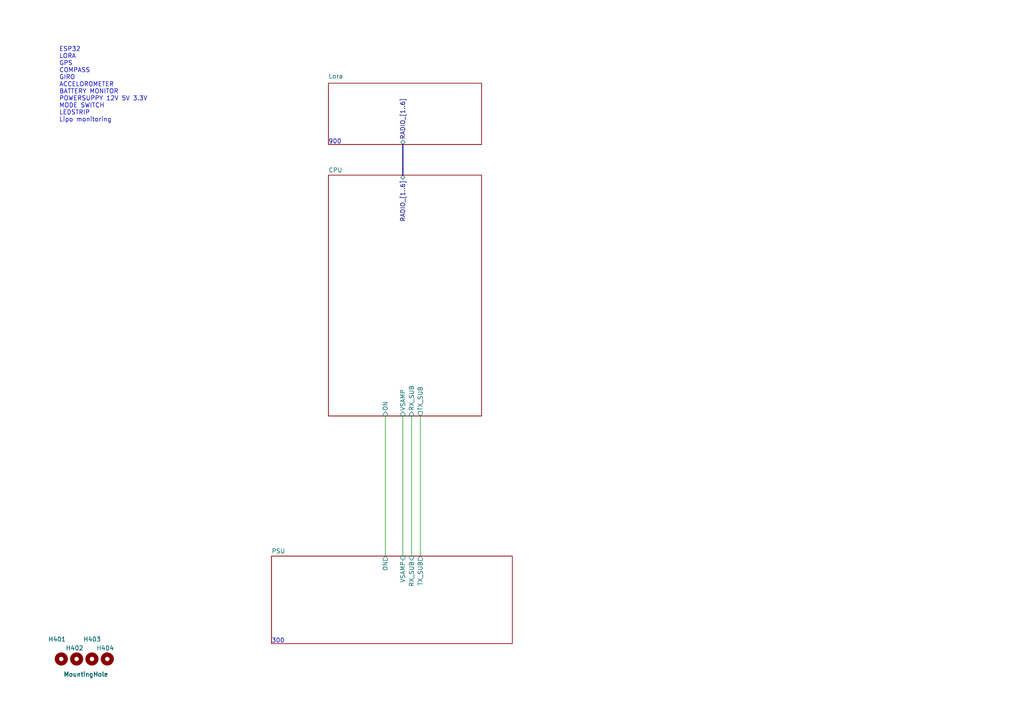
<source format=kicad_sch>
(kicad_sch (version 20250114) (generator "eeschema") (generator_version "9.0")
  (paper "A4")
  (title_block (title "NicE Buoy") (date "2023-06-20") (rev "1.1") (company "NicE Engineering"))
  (lib_symbols
    (symbol "Mechanical:MountingHole" (pin_names (offset 1.016))
      (property "Reference" "H" (at 0 5.08 0))
      (property "Value" "MountingHole" (at 0 3.175 0))
      (symbol "MountingHole_0_1"
        (circle (center 0 0) (radius 1.27) (stroke (width 1.27)))
      )
    )
  )
  (text "300" (at 78.74 186.69 0) (effects (font (size 1.27 1.27)) (justify left bottom)))
  (text "ESP32\nLORA\nGPS\nCOMPASS\nGIRO\nACCELOROMETER\nBATTERY MONITOR\nPOWERSUPPY 12V 5V 3.3V\nMODE SWITCH\nLEDSTRIP\nLipo monitoring\n" (at 17.145 35.56 0) (effects (font (size 1.27 1.27)) (justify left bottom)))
  (text "900" (at 95.25 41.91 0) (effects (font (size 1.27 1.27)) (justify left bottom)))
  (wire (pts (xy 119.38 120.65) (xy 119.38 161.29)))
  (bus (pts (xy 116.84 41.91) (xy 116.84 50.8)))
  (wire (pts (xy 116.84 120.65) (xy 116.84 161.29)))
  (wire (pts (xy 111.76 120.65) (xy 111.76 161.29)))
  (wire (pts (xy 121.92 120.65) (xy 121.92 161.29)))
  (symbol (lib_id "Mechanical:MountingHole") (at 31.115 191.135 0) (unit 1) (in_bom no)
    (property "Reference" "H404" (at 27.94 187.96 0) (effects (justify left)))
    (property "Value" "MountingHole" (at 18.415 195.58 0) (effects (justify left)))
    (property "Footprint" "A_Mechanical:NPTH_M3" (effects (hide yes)))
  )
  (symbol (lib_id "Mechanical:MountingHole") (at 26.67 191.135 0) (unit 1) (in_bom no)
    (property "Reference" "H403" (at 24.13 185.42 0) (effects (justify left)))
    (property "Value" "MountingHole" (at 18.415 195.58 0) (effects (justify left)))
    (property "Footprint" "A_Mechanical:NPTH_M3" (effects (hide yes)))
  )
  (symbol (lib_id "Mechanical:MountingHole") (at 22.225 191.135 0) (unit 1) (in_bom no)
    (property "Reference" "H402" (at 19.05 187.96 0) (effects (justify left)))
    (property "Value" "MountingHole" (at 18.415 195.58 0) (effects (justify left)))
    (property "Footprint" "A_Mechanical:NPTH_M3" (effects (hide yes)))
  )
  (symbol (lib_id "Mechanical:MountingHole") (at 17.78 191.135 0) (unit 1) (in_bom no)
    (property "Reference" "H401" (at 13.97 185.42 0) (effects (justify left)))
    (property "Value" "MountingHole" (at 18.415 195.58 0) (effects (justify left)))
    (property "Footprint" "A_Mechanical:NPTH_M3" (effects (hide yes)))
  )
  (sheet (at 95.25 24.13) (size 44.45 17.78) (stroke (width 0.1524))
    (property "Sheetname" "Lora" (at 95.25 22.86 0) (effects (justify left bottom)))
    (property "Sheetfile" "Lora.kicad_sch" (effects (hide yes)))
    (pin "RADIO_[1..6]" bidirectional (at 116.84 41.91 270))
  )
  (sheet (at 95.25 50.8) (size 44.45 69.85) (stroke (width 0.1524))
    (property "Sheetname" "CPU" (at 95.25 50.0884 0) (effects (justify left bottom)))
    (property "Sheetfile" "CPU_sch.kicad_sch" (effects (hide yes)))
    (pin "RADIO_[1..6]" bidirectional (at 116.84 50.8 90))
    (pin "ON" input (at 111.76 120.65 270))
    (pin "TX_SUB" output (at 121.92 120.65 270))
    (pin "VSAMP" input (at 116.84 120.65 270))
    (pin "RX_SUB" input (at 119.38 120.65 270))
  )
  (sheet (at 78.74 161.29) (size 69.85 25.4) (stroke (width 0.1524))
    (property "Sheetname" "PSU" (at 78.74 160.5784 0) (effects (justify left bottom)))
    (property "Sheetfile" "PSU_sch.kicad_sch" (effects (hide yes)))
    (pin "ON" output (at 111.76 161.29 90))
    (pin "VSAMP" input (at 116.84 161.29 90))
    (pin "RX_SUB" input (at 119.38 161.29 90))
    (pin "TX_SUB" output (at 121.92 161.29 90))
  )
)
</source>
